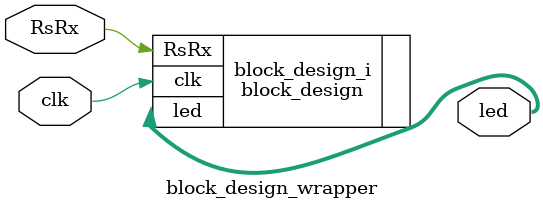
<source format=v>
`timescale 1 ps / 1 ps

module block_design_wrapper
   (RsRx,
    clk,
    led);
  input RsRx;
  input clk;
  output [7:0]led;

  wire RsRx;
  wire clk;
  wire [7:0]led;

  block_design block_design_i
       (.RsRx(RsRx),
        .clk(clk),
        .led(led));
endmodule

</source>
